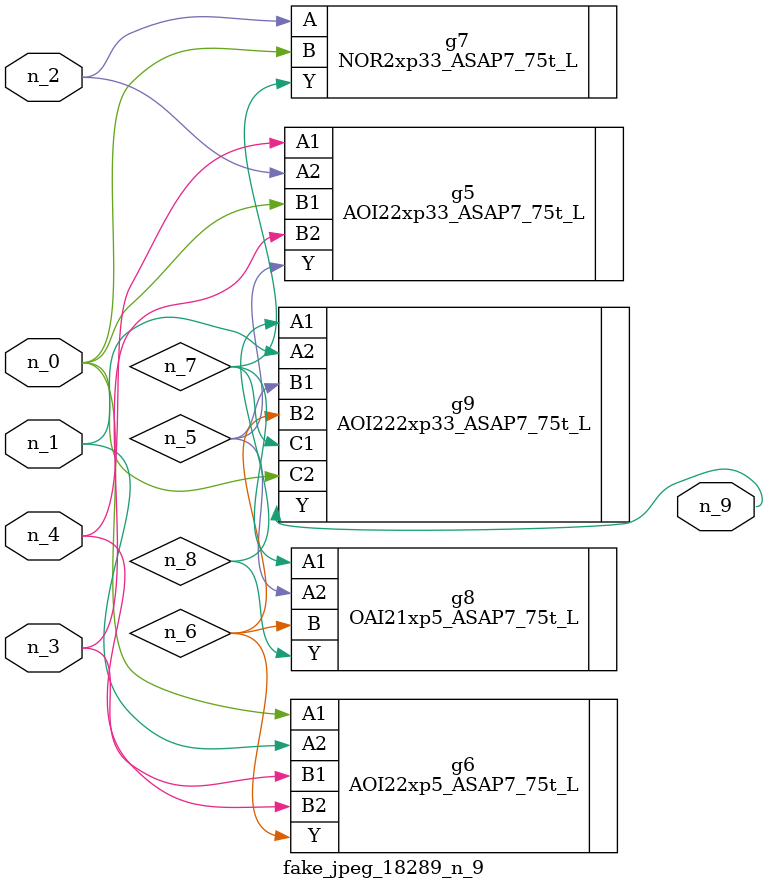
<source format=v>
module fake_jpeg_18289_n_9 (n_3, n_2, n_1, n_0, n_4, n_9);

input n_3;
input n_2;
input n_1;
input n_0;
input n_4;

output n_9;

wire n_8;
wire n_6;
wire n_5;
wire n_7;

AOI22xp33_ASAP7_75t_L g5 ( 
.A1(n_4),
.A2(n_2),
.B1(n_0),
.B2(n_3),
.Y(n_5)
);

AOI22xp5_ASAP7_75t_L g6 ( 
.A1(n_0),
.A2(n_1),
.B1(n_3),
.B2(n_4),
.Y(n_6)
);

NOR2xp33_ASAP7_75t_L g7 ( 
.A(n_2),
.B(n_0),
.Y(n_7)
);

OAI21xp5_ASAP7_75t_L g8 ( 
.A1(n_7),
.A2(n_5),
.B(n_6),
.Y(n_8)
);

AOI222xp33_ASAP7_75t_L g9 ( 
.A1(n_8),
.A2(n_1),
.B1(n_5),
.B2(n_6),
.C1(n_7),
.C2(n_0),
.Y(n_9)
);


endmodule
</source>
